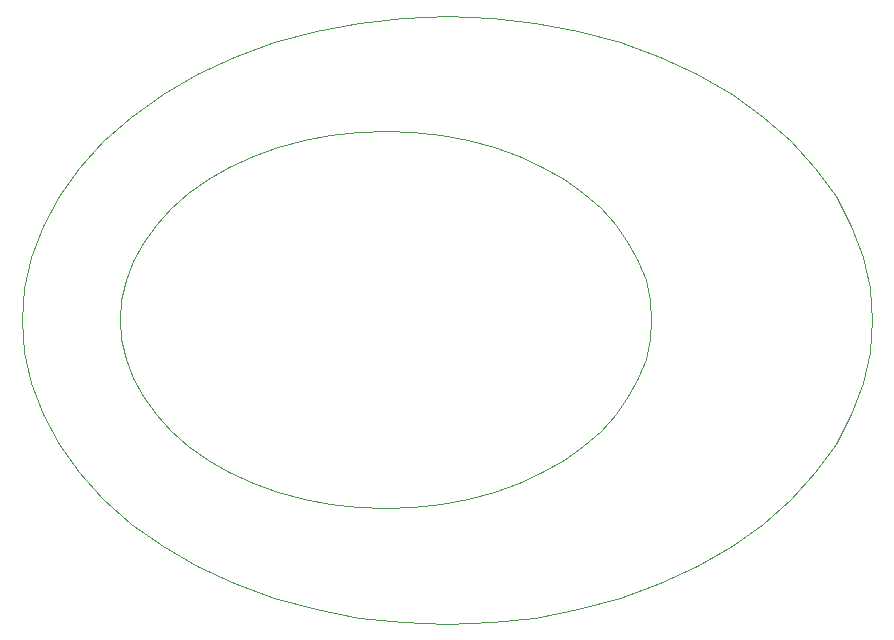
<source format=gm1>
G04 #@! TF.GenerationSoftware,KiCad,Pcbnew,9.0.2-9.0.2-0~ubuntu24.10.1*
G04 #@! TF.CreationDate,2025-05-11T12:44:47+02:00*
G04 #@! TF.ProjectId,vyhrivani_sekundar,76796872-6976-4616-9e69-5f73656b756e,rev?*
G04 #@! TF.SameCoordinates,Original*
G04 #@! TF.FileFunction,Profile,NP*
%FSLAX46Y46*%
G04 Gerber Fmt 4.6, Leading zero omitted, Abs format (unit mm)*
G04 Created by KiCad (PCBNEW 9.0.2-9.0.2-0~ubuntu24.10.1) date 2025-05-11 12:44:47*
%MOMM*%
%LPD*%
G01*
G04 APERTURE LIST*
G04 #@! TA.AperFunction,Profile*
%ADD10C,0.100000*%
G04 #@! TD*
G04 APERTURE END LIST*
D10*
X82340650Y-50189350D02*
X84170850Y-51243350D01*
X66829450Y-88365250D02*
X63189650Y-87667650D01*
X98402950Y-82313950D02*
X95474550Y-84010150D01*
X109527550Y-68531650D02*
X108552250Y-71135150D01*
X46738750Y-64806150D02*
X46615450Y-63133650D01*
X43137350Y-50302950D02*
X45189650Y-48042450D01*
X71467350Y-79046050D02*
X69115450Y-79133650D01*
X78267050Y-77750350D02*
X76068350Y-78350550D01*
X91123750Y-66460250D02*
X90514250Y-68077950D01*
X70551250Y-37569050D02*
X74314250Y-37427950D01*
X41426650Y-73651450D02*
X40076250Y-71135150D01*
X73793450Y-47483250D02*
X76068350Y-47916750D01*
X53153950Y-42345750D02*
X56314250Y-40877750D01*
X91492150Y-64806150D02*
X91123750Y-66460250D01*
X39100950Y-57824250D02*
X40076250Y-55220750D01*
X62162550Y-78350550D02*
X59963850Y-77750350D01*
X63189650Y-87667650D02*
X59671750Y-86701750D01*
X88601050Y-71133650D02*
X87318350Y-72538250D01*
X56314250Y-85478150D02*
X53153950Y-84010150D01*
X101067450Y-45947850D02*
X103438850Y-48042450D01*
X54060050Y-75023950D02*
X52394650Y-73839750D01*
X81799050Y-37990650D02*
X85438850Y-38688250D01*
X49629850Y-55133650D02*
X50912550Y-53729050D01*
X49629850Y-71133650D02*
X48560650Y-69641450D01*
X95474550Y-42345750D02*
X98402950Y-44041950D01*
X87318350Y-53729050D02*
X88601050Y-55133650D01*
X64437450Y-47483250D02*
X66763550Y-47221250D01*
X57865450Y-49277250D02*
X59963850Y-48516950D01*
X59671750Y-86701750D02*
X56314250Y-85478150D01*
X70551250Y-88786850D02*
X66829450Y-88365250D01*
X71467350Y-47221250D02*
X73793450Y-47483250D01*
X88601050Y-55133650D02*
X89670250Y-56625850D01*
X59963850Y-77750350D02*
X57865450Y-76990050D01*
X101067450Y-80408050D02*
X98402950Y-82313950D01*
X66763550Y-79046050D02*
X64437450Y-78784050D01*
X41426650Y-52704450D02*
X43137350Y-50302950D01*
X47716650Y-68077950D02*
X47107150Y-66460250D01*
X88956750Y-86701750D02*
X85438850Y-87667650D01*
X92314250Y-40877750D02*
X95474550Y-42345750D01*
X85438850Y-38688250D02*
X88956750Y-39654150D01*
X84170850Y-75023950D02*
X82340650Y-76077950D01*
X43137350Y-76052950D02*
X41426650Y-73651450D01*
X50225550Y-82313950D02*
X47561050Y-80408050D01*
X80365450Y-49277250D02*
X82340650Y-50189350D01*
X76068350Y-78350550D02*
X73793450Y-78784050D01*
X87318350Y-72538250D02*
X85836250Y-73839750D01*
X76068350Y-47916750D02*
X78267050Y-48516950D01*
X103438850Y-48042450D02*
X105491150Y-50302950D01*
X107201850Y-73651450D02*
X105491150Y-76052950D01*
X54060050Y-51243350D02*
X55890250Y-50189350D01*
X78077250Y-88786850D02*
X74314250Y-88927950D01*
X73793450Y-78784050D02*
X71467350Y-79046050D01*
X59963850Y-48516950D02*
X62162550Y-47916750D01*
X84170850Y-51243350D02*
X85836250Y-52427550D01*
X90514250Y-68077950D02*
X89670250Y-69641450D01*
X63189650Y-38688250D02*
X66829450Y-37990650D01*
X108552250Y-55220750D02*
X109527550Y-57824250D01*
X91492150Y-61461150D02*
X91615450Y-63133650D01*
X56314250Y-40877750D02*
X59671750Y-39654150D01*
X52394650Y-73839750D02*
X50912550Y-72538250D01*
X105491150Y-76052950D02*
X103438850Y-78313450D01*
X57865450Y-76990050D02*
X55890250Y-76077950D01*
X110117050Y-60486350D02*
X110314250Y-63177950D01*
X52394650Y-52427550D02*
X54060050Y-51243350D01*
X69115450Y-79133650D02*
X66763550Y-79046050D01*
X55890250Y-50189350D02*
X57865450Y-49277250D01*
X81799050Y-88365250D02*
X78077250Y-88786850D01*
X91123750Y-59807050D02*
X91492150Y-61461150D01*
X50912550Y-53729050D02*
X52394650Y-52427550D01*
X78077250Y-37569050D02*
X81799050Y-37990650D01*
X89670250Y-56625850D02*
X90514250Y-58189350D01*
X47107150Y-66460250D02*
X46738750Y-64806150D01*
X88956750Y-39654150D02*
X92314250Y-40877750D01*
X103438850Y-78313450D02*
X101067450Y-80408050D01*
X107201850Y-52704450D02*
X108552250Y-55220750D01*
X95474550Y-84010150D02*
X92314250Y-85478150D01*
X47107150Y-59807050D02*
X47716650Y-58189350D01*
X45189650Y-78313450D02*
X43137350Y-76052950D01*
X46615450Y-63133650D02*
X46738750Y-61461150D01*
X47561050Y-80408050D02*
X45189650Y-78313450D01*
X92314250Y-85478150D02*
X88956750Y-86701750D01*
X74314250Y-37427950D02*
X78077250Y-37569050D01*
X80365450Y-76990050D02*
X78267050Y-77750350D01*
X90514250Y-58189350D02*
X91123750Y-59807050D01*
X38511450Y-65869550D02*
X38314250Y-63177950D01*
X46738750Y-61461150D02*
X47107150Y-59807050D01*
X59671750Y-39654150D02*
X63189650Y-38688250D01*
X110117050Y-65869550D02*
X109527550Y-68531650D01*
X89670250Y-69641450D02*
X88601050Y-71133650D01*
X38314250Y-63177950D02*
X38511450Y-60486350D01*
X38511450Y-60486350D02*
X39100950Y-57824250D01*
X109527550Y-57824250D02*
X110117050Y-60486350D01*
X98402950Y-44041950D02*
X101067450Y-45947850D01*
X105491150Y-50302950D02*
X107201850Y-52704450D01*
X85438850Y-87667650D02*
X81799050Y-88365250D01*
X53153950Y-84010150D02*
X50225550Y-82313950D01*
X82340650Y-76077950D02*
X80365450Y-76990050D01*
X64437450Y-78784050D02*
X62162550Y-78350550D01*
X48560650Y-56625850D02*
X49629850Y-55133650D01*
X39100950Y-68531650D02*
X38511450Y-65869550D01*
X85836250Y-52427550D02*
X87318350Y-53729050D01*
X62162550Y-47916750D02*
X64437450Y-47483250D01*
X110314250Y-63177950D02*
X110117050Y-65869550D01*
X78267050Y-48516950D02*
X80365450Y-49277250D01*
X108552250Y-71135150D02*
X107201850Y-73651450D01*
X55890250Y-76077950D02*
X54060050Y-75023950D01*
X48560650Y-69641450D02*
X47716650Y-68077950D01*
X50225550Y-44041950D02*
X53153950Y-42345750D01*
X50912550Y-72538250D02*
X49629850Y-71133650D01*
X45189650Y-48042450D02*
X47561050Y-45947850D01*
X40076250Y-55220750D02*
X41426650Y-52704450D01*
X74314250Y-88927950D02*
X70551250Y-88786850D01*
X85836250Y-73839750D02*
X84170850Y-75023950D01*
X69115450Y-47133650D02*
X71467350Y-47221250D01*
X47561050Y-45947850D02*
X50225550Y-44041950D01*
X40076250Y-71135150D02*
X39100950Y-68531650D01*
X91615450Y-63133650D02*
X91492150Y-64806150D01*
X47716650Y-58189350D02*
X48560650Y-56625850D01*
X66763550Y-47221250D02*
X69115450Y-47133650D01*
X66829450Y-37990650D02*
X70551250Y-37569050D01*
M02*

</source>
